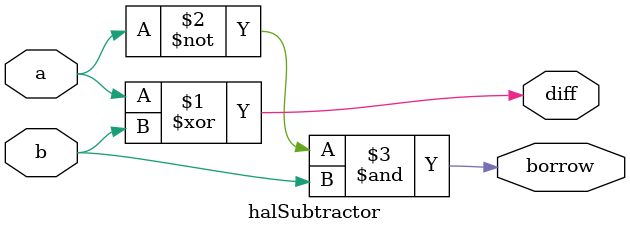
<source format=v>
`timescale 1ns / 1ps
module halSubtractor(
    input a,
    input b,
    output diff,
    output borrow
    );
	 assign diff=a^b;
	 assign borrow =(~a)&b;


endmodule

</source>
